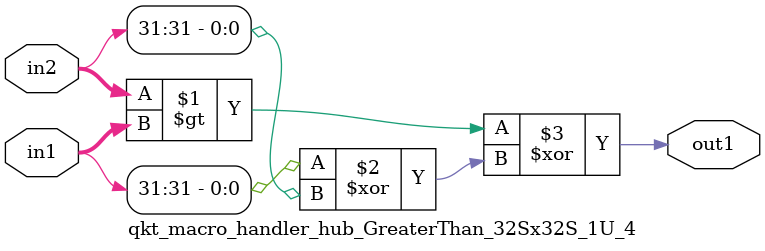
<source format=v>

`timescale 1ps / 1ps


module qkt_macro_handler_hub_GreaterThan_32Sx32S_1U_4( in2, in1, out1 );

    input [31:0] in2;
    input [31:0] in1;
    output out1;

    
    // rtl_process:qkt_macro_handler_hub_GreaterThan_32Sx32S_1U_4/qkt_macro_handler_hub_GreaterThan_32Sx32S_1U_4_thread_1
    assign out1 = (in2 > in1 ^ (in1[31] ^ in2[31]));

endmodule





</source>
